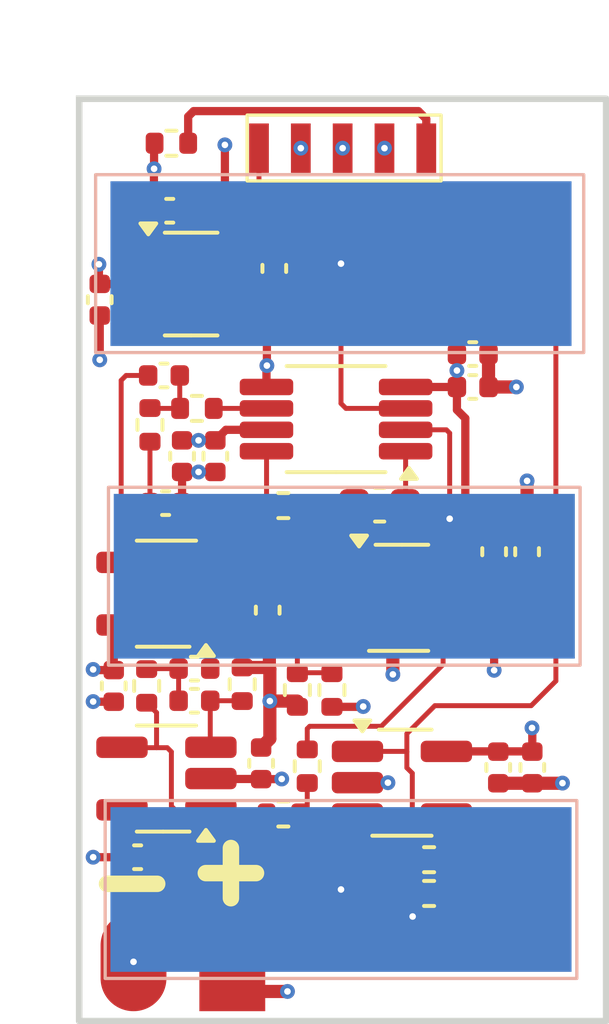
<source format=kicad_pcb>
(kicad_pcb (version 20240108) (generator "pcbnew") (generator_version "8.0")
  (layers (0 "F.Cu" signal) (1 "In1.Cu" signal) (2 "In2.Cu" signal) (31 "B.Cu" signal) (34 "B.Paste" user) (35 "F.Paste" user) (36 "B.SilkS" user "B.Silkscreen") (37 "F.SilkS" user "F.Silkscreen") (38 "B.Mask" user) (39 "F.Mask" user) (44 "Edge.Cuts" user))
  (net 0 "")
  (net 1 "GND")
  (net 2 "+3.3v_A")
  (net 3 "-3.3v_A")
  (net 4 "Net-(C11-Pad2)")
  (net 5 "Net-(C11-Pad1)")
  (net 6 "Net-(U2-+)")
  (net 7 "/OUT_LP")
  (net 8 "Net-(C17-Pad2)")
  (net 9 "Net-(C18-Pad1)")
  (net 10 "Net-(U4-+)")
  (net 11 "Net-(R1-Pad2)")
  (net 12 "/OUT_Amplifer")
  (net 13 "Net-(U3-+)")
  (net 14 "Net-(U5-+)")
  (net 15 "/OUT_HP")
  (net 16 "+1.65V")
  (net 17 "Net-(U5--)")
  (net 18 "/ADC_OUT")
  (net 19 "/E_MID")
  (net 20 "/E_END")
  (net 21 "+VBAT")
  (net 22 "Net-(U11-C_{FLY-})")
  (net 23 "Net-(U11-C_{FLY+})")
  (net 24 "-3.3v_IN")
  (footprint "Capacitor_SMD:C_0402_1005Metric" (layer "F.Cu") (at 143.405 108.935 -90)
    (property "Reference" "C2" (hide yes))
    (property "Value" "100nF")
    (fp_line (start -0.107836 0.36) (end 0.107836 0.36) (stroke (width 0.12)) (layer "F.SilkS"))
    (fp_line (start -0.107836 -0.36) (end 0.107836 -0.36) (stroke (width 0.12)) (layer "F.SilkS"))
    (pad "1" smd roundrect (at -0.48 0 270) (size 0.56 0.62) (layers "F.Cu" "F.Paste" "F.Mask") (net 2 "+3.3v_A"))
    (pad "2" smd roundrect (at 0.48 0 270) (size 0.56 0.62) (layers "F.Cu" "F.Paste" "F.Mask") (net 1 "GND"))
  )
  (footprint "Package_SO:VSSOP-8_3x3mm_P0.65mm" (layer "F.Cu") (at 148.08 107.81 180)
    (property "Reference" "U1" (hide yes))
    (property "Value" "INA333xxDGK")
    (fp_line (start 0 1.61) (end 1.5 1.61) (stroke (width 0.12)) (layer "F.SilkS"))
    (fp_line (start 0 1.61) (end -1.5 1.61) (stroke (width 0.12)) (layer "F.SilkS"))
    (fp_line (start 0 -1.61) (end 1.5 -1.61) (stroke (width 0.12)) (layer "F.SilkS"))
    (fp_line (start 0 -1.61) (end -1.5 -1.61) (stroke (width 0.12)) (layer "F.SilkS"))
    (fp_poly (pts (xy -2.2125 -1.485) (xy -2.4525 -1.815) (xy -1.9725 -1.815) (xy -2.2125 -1.485)) (stroke (width 0.12)) (fill solid) (layer "F.SilkS"))
    (pad "1" smd roundrect (at -2.1125 -0.975 180) (size 1.625 0.5) (layers "F.Cu" "F.Paste" "F.Mask") (net 4 "Net-(C11-Pad2)"))
    (pad "2" smd roundrect (at -2.1125 -0.325 180) (size 1.625 0.5) (layers "F.Cu" "F.Paste" "F.Mask") (net 19 "/E_MID"))
    (pad "3" smd roundrect (at -2.1125 0.325 180) (size 1.625 0.5) (layers "F.Cu" "F.Paste" "F.Mask") (net 20 "/E_END"))
    (pad "4" smd roundrect (at -2.1125 0.975 180) (size 1.625 0.5) (layers "F.Cu" "F.Paste" "F.Mask") (net 3 "-3.3v_A"))
    (pad "5" smd roundrect (at 2.1125 0.975 180) (size 1.625 0.5) (layers "F.Cu" "F.Paste" "F.Mask") (net 1 "GND"))
    (pad "6" smd roundrect (at 2.1125 0.325 180) (size 1.625 0.5) (layers "F.Cu" "F.Paste" "F.Mask") (net 12 "/OUT_Amplifer"))
    (pad "7" smd roundrect (at 2.1125 -0.325 180) (size 1.625 0.5) (layers "F.Cu" "F.Paste" "F.Mask") (net 2 "+3.3v_A"))
    (pad "8" smd roundrect (at 2.1125 -0.975 180) (size 1.625 0.5) (layers "F.Cu" "F.Paste" "F.Mask") (net 11 "Net-(R1-Pad2)"))
  )
  (footprint "Resistor_SMD:R_0402_1005Metric" (layer "F.Cu") (at 142.43 107.985 -90)
    (property "Reference" "R3" (hide yes))
    (property "Value" "2.8K")
    (fp_line (start -0.153641 0.38) (end 0.153641 0.38) (stroke (width 0.12)) (layer "F.SilkS"))
    (fp_line (start -0.153641 -0.38) (end 0.153641 -0.38) (stroke (width 0.12)) (layer "F.SilkS"))
    (pad "1" smd roundrect (at -0.51 0 270) (size 0.54 0.64) (layers "F.Cu" "F.Paste" "F.Mask") (net 8 "Net-(C17-Pad2)"))
    (pad "2" smd roundrect (at 0.51 0 270) (size 0.54 0.64) (layers "F.Cu" "F.Paste" "F.Mask") (net 6 "Net-(U2-+)"))
  )
  (footprint "Resistor_SMD:R_0402_1005Metric" (layer "F.Cu") (at 142.33 115.91 90)
    (property "Reference" "R7" (hide yes))
    (property "Value" "22K")
    (fp_line (start -0.153641 -0.38) (end 0.153641 -0.38) (stroke (width 0.12)) (layer "F.SilkS"))
    (fp_line (start -0.153641 0.38) (end 0.153641 0.38) (stroke (width 0.12)) (layer "F.SilkS"))
    (pad "1" smd roundrect (at -0.51 0 90) (size 0.54 0.64) (layers "F.Cu" "F.Paste" "F.Mask") (net 15 "/OUT_HP"))
    (pad "2" smd roundrect (at 0.51 0 90) (size 0.54 0.64) (layers "F.Cu" "F.Paste" "F.Mask") (net 9 "Net-(C18-Pad1)"))
  )
  (footprint "Capacitor_SMD:C_0402_1005Metric" (layer "F.Cu") (at 146.205 103.235 -90)
    (property "Reference" "C12" (hide yes))
    (property "Value" "1uF")
    (fp_line (start -0.107836 0.36) (end 0.107836 0.36) (stroke (width 0.12)) (layer "F.SilkS"))
    (fp_line (start -0.107836 -0.36) (end 0.107836 -0.36) (stroke (width 0.12)) (layer "F.SilkS"))
    (pad "1" smd roundrect (at -0.48 0 270) (size 0.56 0.62) (layers "F.Cu" "F.Paste" "F.Mask") (net 23 "Net-(U11-C_{FLY+})"))
    (pad "2" smd roundrect (at 0.48 0 270) (size 0.56 0.62) (layers "F.Cu" "F.Paste" "F.Mask") (net 22 "Net-(U11-C_{FLY-})"))
  )
  (footprint "Capacitor_SMD:C_0603_1608Metric" (layer "F.Cu") (at 149.405 110.41)
    (property "Reference" "C11" (hide yes))
    (property "Value" "10uF")
    (fp_line (start -0.14058 -0.51) (end 0.14058 -0.51) (stroke (width 0.12)) (layer "F.SilkS"))
    (fp_line (start -0.14058 0.51) (end 0.14058 0.51) (stroke (width 0.12)) (layer "F.SilkS"))
    (pad "1" smd roundrect (at -0.775 0) (size 0.9 0.95) (layers "F.Cu" "F.Paste" "F.Mask") (net 5 "Net-(C11-Pad1)"))
    (pad "2" smd roundrect (at 0.775 0) (size 0.9 0.95) (layers "F.Cu" "F.Paste" "F.Mask") (net 4 "Net-(C11-Pad2)"))
  )
  (footprint "Resistor_SMD:R_0402_1005Metric" (layer "F.Cu") (at 150.905 121.185)
    (property "Reference" "R12" (hide yes))
    (property "Value" "1K")
    (fp_line (start -0.153641 -0.38) (end 0.153641 -0.38) (stroke (width 0.12)) (layer "F.SilkS"))
    (fp_line (start -0.153641 0.38) (end 0.153641 0.38) (stroke (width 0.12)) (layer "F.SilkS"))
    (pad "1" smd roundrect (at -0.51 0) (size 0.54 0.64) (layers "F.Cu" "F.Paste" "F.Mask") (net 18 "/ADC_OUT"))
    (pad "2" smd roundrect (at 0.51 0) (size 0.54 0.64) (layers "F.Cu" "F.Paste" "F.Mask") (net 17 "Net-(U5--)"))
  )
  (footprint "Resistor_SMD:R_0402_1005Metric" (layer "F.Cu") (at 147.205 118.3475 90)
    (property "Reference" "R11" (hide yes))
    (property "Value" "1K")
    (fp_line (start -0.153641 -0.38) (end 0.153641 -0.38) (stroke (width 0.12)) (layer "F.SilkS"))
    (fp_line (start -0.153641 0.38) (end 0.153641 0.38) (stroke (width 0.12)) (layer "F.SilkS"))
    (pad "1" smd roundrect (at -0.51 0 90) (size 0.54 0.64) (layers "F.Cu" "F.Paste" "F.Mask") (net 14 "Net-(U5-+)"))
    (pad "2" smd roundrect (at 0.51 0 90) (size 0.54 0.64) (layers "F.Cu" "F.Paste" "F.Mask") (net 16 "+1.65V"))
  )
  (footprint "Package_TO_SOT_SMD:SOT-23-5_HandSoldering" (layer "F.Cu") (at 142.93 118.7225 180)
    (property "Reference" "U4" (hide yes))
    (property "Value" "MCP601-xOT")
    (fp_line (start 0.1 -1.61) (end 0.9 -1.61) (stroke (width 0.12)) (layer "F.SilkS"))
    (fp_line (start 0.1 -1.61) (end -0.7 -1.61) (stroke (width 0.12)) (layer "F.SilkS"))
    (fp_line (start -0.9 1.61) (end 0.9 1.61) (stroke (width 0.12)) (layer "F.SilkS"))
    (fp_poly (pts (xy -1.2 -1.56) (xy -1.44 -1.89) (xy -0.96 -1.89) (xy -1.2 -1.56)) (stroke (width 0.12)) (fill solid) (layer "F.SilkS"))
    (pad "1" smd roundrect (at -1.35 -0.95 180) (size 1.56 0.65) (layers "F.Cu" "F.Paste" "F.Mask") (net 15 "/OUT_HP"))
    (pad "2" smd roundrect (at -1.35 0 180) (size 1.56 0.65) (layers "F.Cu" "F.Paste" "F.Mask") (net 3 "-3.3v_A"))
    (pad "3" smd roundrect (at -1.35 0.95 180) (size 1.56 0.65) (layers "F.Cu" "F.Paste" "F.Mask") (net 10 "Net-(U4-+)"))
    (pad "4" smd roundrect (at 1.35 0.95 180) (size 1.56 0.65) (layers "F.Cu" "F.Paste" "F.Mask") (net 15 "/OUT_HP"))
    (pad "5" smd roundrect (at 1.35 -0.95 180) (size 1.56 0.65) (layers "F.Cu" "F.Paste" "F.Mask") (net 2 "+3.3v_A"))
  )
  (footprint "Resistor_SMD:R_0402_1005Metric" (layer "F.Cu") (at 143.855 107.485 180)
    (property "Reference" "R2" (hide yes))
    (property "Value" "3.6K")
    (fp_line (start -0.153641 0.38) (end 0.153641 0.38) (stroke (width 0.12)) (layer "F.SilkS"))
    (fp_line (start -0.153641 -0.38) (end 0.153641 -0.38) (stroke (width 0.12)) (layer "F.SilkS"))
    (pad "1" smd roundrect (at -0.51 0 180) (size 0.54 0.64) (layers "F.Cu" "F.Paste" "F.Mask") (net 12 "/OUT_Amplifer"))
    (pad "2" smd roundrect (at 0.51 0 180) (size 0.54 0.64) (layers "F.Cu" "F.Paste" "F.Mask") (net 8 "Net-(C17-Pad2)"))
  )
  (footprint "Resistor_SMD:R_0402_1005Metric" (layer "F.Cu") (at 146.48 119.7975)
    (property "Reference" "R10" (hide yes))
    (property "Value" "2K")
    (fp_line (start -0.153641 -0.38) (end 0.153641 -0.38) (stroke (width 0.12)) (layer "F.SilkS"))
    (fp_line (start -0.153641 0.38) (end 0.153641 0.38) (stroke (width 0.12)) (layer "F.SilkS"))
    (pad "1" smd roundrect (at -0.51 0) (size 0.54 0.64) (layers "F.Cu" "F.Paste" "F.Mask") (net 15 "/OUT_HP"))
    (pad "2" smd roundrect (at 0.51 0) (size 0.54 0.64) (layers "F.Cu" "F.Paste" "F.Mask") (net 14 "Net-(U5-+)"))
  )
  (footprint "Resistor_SMD:R_0402_1005Metric" (layer "F.Cu") (at 145.23 115.86 -90)
    (property "Reference" "R6" (hide yes))
    (property "Value" "33K")
    (fp_line (start -0.153641 0.38) (end 0.153641 0.38) (stroke (width 0.12)) (layer "F.SilkS"))
    (fp_line (start -0.153641 -0.38) (end 0.153641 -0.38) (stroke (width 0.12)) (layer "F.SilkS"))
    (pad "1" smd roundrect (at -0.51 0 270) (size 0.54 0.64) (layers "F.Cu" "F.Paste" "F.Mask") (net 1 "GND"))
    (pad "2" smd roundrect (at 0.51 0 270) (size 0.54 0.64) (layers "F.Cu" "F.Paste" "F.Mask") (net 10 "Net-(U4-+)"))
  )
  (footprint "Package_TO_SOT_SMD:SOT-23-5" (layer "F.Cu") (at 143.68 103.71)
    (property "Reference" "U11" (hide yes))
    (property "Value" "TPS60402DBV")
    (fp_line (start 0 -1.56) (end -0.8 -1.56) (stroke (width 0.12)) (layer "F.SilkS"))
    (fp_line (start 0 -1.56) (end 0.8 -1.56) (stroke (width 0.12)) (layer "F.SilkS"))
    (fp_line (start 0 1.56) (end -0.8 1.56) (stroke (width 0.12)) (layer "F.SilkS"))
    (fp_line (start 0 1.56) (end 0.8 1.56) (stroke (width 0.12)) (layer "F.SilkS"))
    (fp_poly (pts (xy -1.3 -1.51) (xy -1.54 -1.84) (xy -1.06 -1.84) (xy -1.3 -1.51)) (stroke (width 0.12)) (fill solid) (layer "F.SilkS"))
    (pad "1" smd roundrect (at -1.1375 -0.95) (size 1.325 0.6) (layers "F.Cu" "F.Paste" "F.Mask") (net 3 "-3.3v_A"))
    (pad "2" smd roundrect (at -1.1375 0) (size 1.325 0.6) (layers "F.Cu" "F.Paste" "F.Mask") (net 2 "+3.3v_A"))
    (pad "3" smd roundrect (at -1.1375 0.95) (size 1.325 0.6) (layers "F.Cu" "F.Paste" "F.Mask") (net 22 "Net-(U11-C_{FLY-})"))
    (pad "4" smd roundrect (at 1.1375 0.95) (size 1.325 0.6) (layers "F.Cu" "F.Paste" "F.Mask") (net 1 "GND"))
    (pad "5" smd roundrect (at 1.1375 -0.95) (size 1.325 0.6) (layers "F.Cu" "F.Paste" "F.Mask") (net 23 "Net-(U11-C_{FLY+})"))
  )
  (footprint "Capacitor_SMD:C_0402_1005Metric" (layer "F.Cu") (at 154.039 118.385 -90)
    (property "Reference" "C7" (hide yes))
    (property "Value" "4.7uF")
    (fp_line (start -0.107836 0.36) (end 0.107836 0.36) (stroke (width 0.12)) (layer "F.SilkS"))
    (fp_line (start -0.107836 -0.36) (end 0.107836 -0.36) (stroke (width 0.12)) (layer "F.SilkS"))
    (pad "1" smd roundrect (at -0.48 0 270) (size 0.56 0.62) (layers "F.Cu" "F.Paste" "F.Mask") (net 2 "+3.3v_A"))
    (pad "2" smd roundrect (at 0.48 0 270) (size 0.56 0.62) (layers "F.Cu" "F.Paste" "F.Mask") (net 1 "GND"))
  )
  (footprint "Capacitor_SMD:C_0402_1005Metric" (layer "F.Cu") (at 142.905 110.36 180)
    (property "Reference" "C16" (hide yes))
    (property "Value" "100nF")
    (fp_line (start -0.107836 0.36) (end 0.107836 0.36) (stroke (width 0.12)) (layer "F.SilkS"))
    (fp_line (start -0.107836 -0.36) (end 0.107836 -0.36) (stroke (width 0.12)) (layer "F.SilkS"))
    (pad "1" smd roundrect (at -0.48 0 180) (size 0.56 0.62) (layers "F.Cu" "F.Paste" "F.Mask") (net 1 "GND"))
    (pad "2" smd roundrect (at 0.48 0 180) (size 0.56 0.62) (layers "F.Cu" "F.Paste" "F.Mask") (net 6 "Net-(U2-+)"))
  )
  (footprint "Capacitor_SMD:C_0402_1005Metric" (layer "F.Cu") (at 144.415 108.935 -90)
    (property "Reference" "C1" (hide yes))
    (property "Value" "4.7uF")
    (fp_line (start -0.107836 0.36) (end 0.107836 0.36) (stroke (width 0.12)) (layer "F.SilkS"))
    (fp_line (start -0.107836 -0.36) (end 0.107836 -0.36) (stroke (width 0.12)) (layer "F.SilkS"))
    (pad "1" smd roundrect (at -0.48 0 270) (size 0.56 0.62) (layers "F.Cu" "F.Paste" "F.Mask") (net 2 "+3.3v_A"))
    (pad "2" smd roundrect (at 0.48 0 270) (size 0.56 0.62) (layers "F.Cu" "F.Paste" "F.Mask") (net 1 "GND"))
  )
  (footprint "Pad:Pad 5" (layer "F.Cu") (at 148.28 99.585 180)
    (property "Reference" "U6" (hide yes))
    (property "Value" "Pad 5")
    (fp_rect (start -2.99 -0.995) (end 2.9 1.005) (stroke (width 0.1)) (fill none) (layer "F.SilkS"))
    (pad "1" smd rect (at -2.54 0 270) (size 1.5 0.6) (layers "F.Cu" "F.Paste" "F.Mask") (net 24 "-3.3v_IN"))
    (pad "2" smd rect (at -1.27 0 270) (size 1.5 0.6) (layers "F.Cu" "F.Paste" "F.Mask") (net 21 "+VBAT"))
    (pad "3" smd rect (at 0 0 270) (size 1.5 0.6) (layers "F.Cu" "F.Paste" "F.Mask") (net 2 "+3.3v_A"))
    (pad "4" smd rect (at 1.27 0 270) (size 1.5 0.6) (layers "F.Cu" "F.Paste" "F.Mask") (net 1 "GND"))
    (pad "5" smd rect (at 2.54 0 270) (size 1.5 0.6) (layers "F.Cu" "F.Paste" "F.Mask") (net 18 "/ADC_OUT"))
  )
  (footprint "Capacitor_SMD:C_0402_1005Metric" (layer "F.Cu") (at 146.005 113.61 90)
    (property "Reference" "C6" (hide yes))
    (property "Value" "100nF")
    (fp_line (start -0.107836 -0.36) (end 0.107836 -0.36) (stroke (width 0.12)) (layer "F.SilkS"))
    (fp_line (start -0.107836 0.36) (end 0.107836 0.36) (stroke (width 0.12)) (layer "F.SilkS"))
    (pad "1" smd roundrect (at -0.48 0 90) (size 0.56 0.62) (layers "F.Cu" "F.Paste" "F.Mask") (net 1 "GND"))
    (pad "2" smd roundrect (at 0.48 0 90) (size 0.56 0.62) (layers "F.Cu" "F.Paste" "F.Mask") (net 3 "-3.3v_A"))
  )
  (footprint "Capacitor_SMD:C_0402_1005Metric" (layer "F.Cu") (at 152.23 105.835)
    (property "Reference" "C10" (hide yes))
    (property "Value" "100nF")
    (fp_line (start -0.107836 -0.36) (end 0.107836 -0.36) (stroke (width 0.12)) (layer "F.SilkS"))
    (fp_line (start -0.107836 0.36) (end 0.107836 0.36) (stroke (width 0.12)) (layer "F.SilkS"))
    (pad "1" smd roundrect (at -0.48 0) (size 0.56 0.62) (layers "F.Cu" "F.Paste" "F.Mask") (net 3 "-3.3v_A"))
    (pad "2" smd roundrect (at 0.48 0) (size 0.56 0.62) (layers "F.Cu" "F.Paste" "F.Mask") (net 1 "GND"))
  )
  (footprint "Resistor_SMD:R_0402_1005Metric" (layer "F.Cu") (at 143.08 99.435 180)
    (property "Reference" "R4" (hide yes))
    (property "Value" "0R/NC")
    (fp_line (start -0.153641 0.38) (end 0.153641 0.38) (stroke (width 0.12)) (layer "F.SilkS"))
    (fp_line (start -0.153641 -0.38) (end 0.153641 -0.38) (stroke (width 0.12)) (layer "F.SilkS"))
    (pad "1" smd roundrect (at -0.51 0 180) (size 0.54 0.64) (layers "F.Cu" "F.Paste" "F.Mask") (net 24 "-3.3v_IN"))
    (pad "2" smd roundrect (at 0.51 0 180) (size 0.54 0.64) (layers "F.Cu" "F.Paste" "F.Mask") (net 3 "-3.3v_A"))
  )
  (footprint "Capacitor_SMD:C_0402_1005Metric" (layer "F.Cu") (at 143.03 101.485)
    (property "Reference" "C22" (hide yes))
    (property "Value" "1uF")
    (fp_line (start -0.107836 -0.36) (end 0.107836 -0.36) (stroke (width 0.12)) (layer "F.SilkS"))
    (fp_line (start -0.107836 0.36) (end 0.107836 0.36) (stroke (width 0.12)) (layer "F.SilkS"))
    (pad "1" smd roundrect (at -0.48 0) (size 0.56 0.62) (layers "F.Cu" "F.Paste" "F.Mask") (net 3 "-3.3v_A"))
    (pad "2" smd roundrect (at 0.48 0) (size 0.56 0.62) (layers "F.Cu" "F.Paste" "F.Mask") (net 1 "GND"))
  )
  (footprint "Capacitor_SMD:C_0402_1005Metric" (layer "F.Cu") (at 141.33 115.91 -90)
    (property "Reference" "C4" (hide yes))
    (property "Value" "100nF")
    (fp_line (start -0.107836 0.36) (end 0.107836 0.36) (stroke (width 0.12)) (layer "F.SilkS"))
    (fp_line (start -0.107836 -0.36) (end 0.107836 -0.36) (stroke (width 0.12)) (layer "F.SilkS"))
    (pad "1" smd roundrect (at -0.48 0 270) (size 0.56 0.62) (layers "F.Cu" "F.Paste" "F.Mask") (net 2 "+3.3v_A"))
    (pad "2" smd roundrect (at 0.48 0 270) (size 0.56 0.62) (layers "F.Cu" "F.Paste" "F.Mask") (net 1 "GND"))
  )
  (footprint "Capacitor_SMD:C_0402_1005Metric" (layer "F.Cu") (at 152.23 106.835)
    (property "Reference" "C9" (hide yes))
    (property "Value" "4.7uF")
    (fp_line (start -0.107836 -0.36) (end 0.107836 -0.36) (stroke (width 0.12)) (layer "F.SilkS"))
    (fp_line (start -0.107836 0.36) (end 0.107836 0.36) (stroke (width 0.12)) (layer "F.SilkS"))
    (pad "1" smd roundrect (at -0.48 0) (size 0.56 0.62) (layers "F.Cu" "F.Paste" "F.Mask") (net 3 "-3.3v_A"))
    (pad "2" smd roundrect (at 0.48 0) (size 0.56 0.62) (layers "F.Cu" "F.Paste" "F.Mask") (net 1 "GND"))
  )
  (footprint "Resistor_SMD:R_0402_1005Metric" (layer "F.Cu") (at 146.905 116.035 90)
    (property "Reference" "R9" (hide yes))
    (property "Value" "100K")
    (fp_line (start -0.153641 -0.38) (end 0.153641 -0.38) (stroke (width 0.12)) (layer "F.SilkS"))
    (fp_line (start -0.153641 0.38) (end 0.153641 0.38) (stroke (width 0.12)) (layer "F.SilkS"))
    (pad "1" smd roundrect (at -0.51 0 90) (size 0.54 0.64) (layers "F.Cu" "F.Paste" "F.Mask") (net 1 "GND"))
    (pad "2" smd roundrect (at 0.51 0 90) (size 0.54 0.64) (layers "F.Cu" "F.Paste" "F.Mask") (net 13 "Net-(U3-+)"))
  )
  (footprint "Capacitor_SMD:C_0402_1005Metric" (layer "F.Cu") (at 153.005 118.385 -90)
    (property "Reference" "C8" (hide yes))
    (property "Value" "100nF")
    (fp_line (start -0.107836 0.36) (end 0.107836 0.36) (stroke (width 0.12)) (layer "F.SilkS"))
    (fp_line (start -0.107836 -0.36) (end 0.107836 -0.36) (stroke (width 0.12)) (layer "F.SilkS"))
    (pad "1" smd roundrect (at -0.48 0 270) (size 0.56 0.62) (layers "F.Cu" "F.Paste" "F.Mask") (net 2 "+3.3v_A"))
    (pad "2" smd roundrect (at 0.48 0 270) (size 0.56 0.62) (layers "F.Cu" "F.Paste" "F.Mask") (net 1 "GND"))
  )
  (footprint "Package_TO_SOT_SMD:SOT-23-5_HandSoldering" (layer "F.Cu") (at 149.98 113.235)
    (property "Reference" "U3" (hide yes))
    (property "Value" "MCP601-xOT")
    (fp_line (start -0.9 1.61) (end 0.9 1.61) (stroke (width 0.12)) (layer "F.SilkS"))
    (fp_line (start 0.1 -1.61) (end -0.7 -1.61) (stroke (width 0.12)) (layer "F.SilkS"))
    (fp_line (start 0.1 -1.61) (end 0.9 -1.61) (stroke (width 0.12)) (layer "F.SilkS"))
    (fp_poly (pts (xy -1.2 -1.56) (xy -1.44 -1.89) (xy -0.96 -1.89) (xy -1.2 -1.56)) (stroke (width 0.12)) (fill solid) (layer "F.SilkS"))
    (pad "1" smd roundrect (at -1.35 -0.95) (size 1.56 0.65) (layers "F.Cu" "F.Paste" "F.Mask") (net 16 "+1.65V"))
    (pad "2" smd roundrect (at -1.35 0) (size 1.56 0.65) (layers "F.Cu" "F.Paste" "F.Mask") (net 1 "GND"))
    (pad "3" smd roundrect (at -1.35 0.95) (size 1.56 0.65) (layers "F.Cu" "F.Paste" "F.Mask") (net 13 "Net-(U3-+)"))
    (pad "4" smd roundrect (at 1.35 0.95) (size 1.56 0.65) (layers "F.Cu" "F.Paste" "F.Mask") (net 16 "+1.65V"))
    (pad "5" smd roundrect (at 1.35 -0.95) (size 1.56 0.65) (layers "F.Cu" "F.Paste" "F.Mask") (net 2 "+3.3v_A"))
  )
  (footprint "Capacitor_SMD:C_0402_1005Metric" (layer "F.Cu") (at 143.78 115.385)
    (property "Reference" "C18" (hide yes))
    (property "Value" "100nF")
    (fp_line (start -0.107836 -0.36) (end 0.107836 -0.36) (stroke (width 0.12)) (layer "F.SilkS"))
    (fp_line (start -0.107836 0.36) (end 0.107836 0.36) (stroke (width 0.12)) (layer "F.SilkS"))
    (pad "1" smd roundrect (at -0.48 0) (size 0.56 0.62) (layers "F.Cu" "F.Paste" "F.Mask") (net 9 "Net-(C18-Pad1)"))
    (pad "2" smd roundrect (at 0.48 0) (size 0.56 0.62) (layers "F.Cu" "F.Paste" "F.Mask") (net 7 "/OUT_LP"))
  )
  (footprint "Capacitor_SMD:C_0402_1005Metric" (layer "F.Cu") (at 153.88 111.835 90)
    (property "Reference" "C21" (hide yes))
    (property "Value" "100nF")
    (fp_line (start -0.107836 -0.36) (end 0.107836 -0.36) (stroke (width 0.12)) (layer "F.SilkS"))
    (fp_line (start -0.107836 0.36) (end 0.107836 0.36) (stroke (width 0.12)) (layer "F.SilkS"))
    (pad "1" smd roundrect (at -0.48 0 90) (size 0.56 0.62) (layers "F.Cu" "F.Paste" "F.Mask") (net 2 "+3.3v_A"))
    (pad "2" smd roundrect (at 0.48 0 90) (size 0.56 0.62) (layers "F.Cu" "F.Paste" "F.Mask") (net 1 "GND"))
  )
  (footprint "Capacitor_SMD:C_0402_1005Metric" (layer "F.Cu") (at 142.855 106.485)
    (property "Reference" "C17" (hide yes))
    (property "Value" "100nF")
    (fp_line (start -0.107836 -0.36) (end 0.107836 -0.36) (stroke (width 0.12)) (layer "F.SilkS"))
    (fp_line (start -0.107836 0.36) (end 0.107836 0.36) (stroke (width 0.12)) (layer "F.SilkS"))
    (pad "1" smd roundrect (at -0.48 0) (size 0.56 0.62) (layers "F.Cu" "F.Paste" "F.Mask") (net 7 "/OUT_LP"))
    (pad "2" smd roundrect (at 0.48 0) (size 0.56 0.62) (layers "F.Cu" "F.Paste" "F.Mask") (net 8 "Net-(C17-Pad2)"))
  )
  (footprint "Capacitor_SMD:C_0402_1005Metric" (layer "F.Cu") (at 142.055 121.11)
    (property "Reference" "C13" (hide yes))
    (property "Value" "100nF")
    (fp_line (start -0.107836 -0.36) (end 0.107836 -0.36) (stroke (width 0.12)) (layer "F.SilkS"))
    (fp_line (start -0.107836 0.36) (end 0.107836 0.36) (stroke (width 0.12)) (layer "F.SilkS"))
    (pad "1" smd roundrect (at -0.48 0) (size 0.56 0.62) (layers "F.Cu" "F.Paste" "F.Mask") (net 2 "+3.3v_A"))
    (pad "2" smd roundrect (at 0.48 0) (size 0.56 0.62) (layers "F.Cu" "F.Paste" "F.Mask") (net 1 "GND"))
  )
  (footprint "Resistor_SMD:R_0402_1005Metric" (layer "F.Cu") (at 146.48 110.435 180)
    (property "Reference" "R1" (hide yes))
    (property "Value" "220R")
    (fp_line (start -0.153641 0.38) (end 0.153641 0.38) (stroke (width 0.12)) (layer "F.SilkS"))
    (fp_line (start -0.153641 -0.38) (end 0.153641 -0.38) (stroke (width 0.12)) (layer "F.SilkS"))
    (pad "1" smd roundrect (at -0.51 0 180) (size 0.54 0.64) (layers "F.Cu" "F.Paste" "F.Mask") (net 5 "Net-(C11-Pad1)"))
    (pad "2" smd roundrect (at 0.51 0 180) (size 0.54 0.64) (layers "F.Cu" "F.Paste" "F.Mask") (net 11 "Net-(R1-Pad2)"))
  )
  (footprint "Capacitor_SMD:C_0402_1005Metric" (layer "F.Cu") (at 140.905 104.185 -90)
    (property "Reference" "C5" (hide yes))
    (property "Value" "1uF")
    (fp_line (start -0.107836 0.36) (end 0.107836 0.36) (stroke (width 0.12)) (layer "F.SilkS"))
    (fp_line (start -0.107836 -0.36) (end 0.107836 -0.36) (stroke (width 0.12)) (layer "F.SilkS"))
    (pad "1" smd roundrect (at -0.48 0 270) (size 0.56 0.62) (layers "F.Cu" "F.Paste" "F.Mask") (net 2 "+3.3v_A"))
    (pad "2" smd roundrect (at 0.48 0 270) (size 0.56 0.62) (layers "F.Cu" "F.Paste" "F.Mask") (net 1 "GND"))
  )
  (footprint "Resistor_SMD:R_0402_1005Metric" (layer "F.Cu") (at 147.955 116.035 -90)
    (property "Reference" "R8" (hide yes))
    (property "Value" "100K")
    (fp_line (start -0.153641 0.38) (end 0.153641 0.38) (stroke (width 0.12)) (layer "F.SilkS"))
    (fp_line (start -0.153641 -0.38) (end 0.153641 -0.38) (stroke (width 0.12)) (layer "F.SilkS"))
    (pad "1" smd roundrect (at -0.51 0 270) (size 0.54 0.64) (layers "F.Cu" "F.Paste" "F.Mask") (net 13 "Net-(U3-+)"))
    (pad "2" smd roundrect (at 0.51 0 270) (size 0.54 0.64) (layers "F.Cu" "F.Paste" "F.Mask") (net 2 "+3.3v_A"))
  )
  (footprint "Resistor_SMD:R_0402_1005Metric" (layer "F.Cu") (at 150.905 122.21 180)
    (property "Reference" "R13" (hide yes))
    (property "Value" "2K")
    (fp_line (start -0.153641 0.38) (end 0.153641 0.38) (stroke (width 0.12)) (layer "F.SilkS"))
    (fp_line (start -0.153641 -0.38) (end 0.153641 -0.38) (stroke (width 0.12)) (layer "F.SilkS"))
    (pad "1" smd roundrect (at -0.51 0 180) (size 0.54 0.64) (layers "F.Cu" "F.Paste" "F.Mask") (net 17 "Net-(U5--)"))
    (pad "2" smd roundrect (at 0.51 0 180) (size 0.54 0.64) (layers "F.Cu" "F.Paste" "F.Mask") (net 1 "GND"))
  )
  (footprint "Capacitor_SMD:C_0402_1005Metric" (layer "F.Cu") (at 152.88 111.835 90)
    (property "Reference" "C20" (hide yes))
    (property "Value" "4.7uF")
    (fp_line (start -0.107836 -0.36) (end 0.107836 -0.36) (stroke (width 0.12)) (layer "F.SilkS"))
    (fp_line (start -0.107836 0.36) (end 0.107836 0.36) (stroke (width 0.12)) (layer "F.SilkS"))
    (pad "1" smd roundrect (at -0.48 0 90) (size 0.56 0.62) (layers "F.Cu" "F.Paste" "F.Mask") (net 2 "+3.3v_A"))
    (pad "2" smd roundrect (at 0.48 0 90) (size 0.56 0.62) (layers "F.Cu" "F.Paste" "F.Mask") (net 1 "GND"))
  )
  (footprint "Pad:Pad Battery" (layer "F.Cu") (at 143.43 124.285 180)
    (property "Reference" "U7" (hide yes))
    (property "Value" "Pad_Battery")
    (fp_text user "+" (at -3.025 3.725 180) (layer "F.SilkS") (effects (font (size 2 2) (thickness 0.5) (bold yes)) (justify left bottom)))
    (fp_text user "-" (at -0.025 3.4 180) (layer "F.SilkS") (effects (font (size 2 2) (thickness 0.5) (bold yes)) (justify left bottom)))
    (pad "1" smd rect (at -1.5 0 180) (size 2 3) (layers "F.Cu" "F.Paste" "F.Mask") (net 21 "+VBAT"))
    (pad "2" smd oval (at 1.5 0 180) (size 2 3) (layers "F.Cu" "F.Paste" "F.Mask") (net 1 "GND"))
  )
  (footprint "Capacitor_SMD:C_0402_1005Metric" (layer "F.Cu") (at 143.78 116.36 180)
    (property "Reference" "C19" (hide yes))
    (property "Value" "100nF")
    (fp_line (start -0.107836 0.36) (end 0.107836 0.36) (stroke (width 0.12)) (layer "F.SilkS"))
    (fp_line (start -0.107836 -0.36) (end 0.107836 -0.36) (stroke (width 0.12)) (layer "F.SilkS"))
    (pad "1" smd roundrect (at -0.48 0 180) (size 0.56 0.62) (layers "F.Cu" "F.Paste" "F.Mask") (net 10 "Net-(U4-+)"))
    (pad "2" smd roundrect (at 0.48 0 180) (size 0.56 0.62) (layers "F.Cu" "F.Paste" "F.Mask") (net 9 "Net-(C18-Pad1)"))
  )
  (footprint "Capacitor_SMD:C_0402_1005Metric" (layer "F.Cu") (at 145.805 118.26 -90)
    (property "Reference" "C14" (hide yes))
    (property "Value" "100nF")
    (fp_line (start -0.107836 0.36) (end 0.107836 0.36) (stroke (width 0.12)) (layer "F.SilkS"))
    (fp_line (start -0.107836 -0.36) (end 0.107836 -0.36) (stroke (width 0.12)) (layer "F.SilkS"))
    (pad "1" smd roundrect (at -0.48 0 270) (size 0.56 0.62) (layers "F.Cu" "F.Paste" "F.Mask") (net 1 "GND"))
    (pad "2" smd roundrect (at 0.48 0 270) (size 0.56 0.62) (layers "F.Cu" "F.Paste" "F.Mask") (net 3 "-3.3v_A"))
  )
  (footprint "Package_TO_SOT_SMD:SOT-23-5_HandSoldering" (layer "F.Cu") (at 150.08 118.8475)
    (property "Reference" "U5" (hide yes))
    (property "Value" "MCP601-xOT")
    (fp_line (start -0.9 1.61) (end 0.9 1.61) (stroke (width 0.12)) (layer "F.SilkS"))
    (fp_line (start 0.1 -1.61) (end -0.7 -1.61) (stroke (width 0.12)) (layer "F.SilkS"))
    (fp_line (start 0.1 -1.61) (end 0.9 -1.61) (stroke (width 0.12)) (layer "F.SilkS"))
    (fp_poly (pts (xy -1.2 -1.56) (xy -1.44 -1.89) (xy -0.96 -1.89) (xy -1.2 -1.56)) (stroke (width 0.12)) (fill solid) (layer "F.SilkS"))
    (pad "1" smd roundrect (at -1.35 -0.95) (size 1.56 0.65) (layers "F.Cu" "F.Paste" "F.Mask") (net 18 "/ADC_OUT"))
    (pad "2" smd roundrect (at -1.35 0) (size 1.56 0.65) (layers "F.Cu" "F.Paste" "F.Mask") (net 1 "GND"))
    (pad "3" smd roundrect (at -1.35 0.95) (size 1.56 0.65) (layers "F.Cu" "F.Paste" "F.Mask") (net 14 "Net-(U5-+)"))
    (pad "4" smd roundrect (at 1.35 0.95) (size 1.56 0.65) (layers "F.Cu" "F.Paste" "F.Mask") (net 17 "Net-(U5--)"))
    (pad "5" smd roundrect (at 1.35 -0.95) (size 1.56 0.65) (layers "F.Cu" "F.Paste" "F.Mask") (net 2 "+3.3v_A"))
  )
  (footprint "Package_TO_SOT_SMD:SOT-23-5_HandSoldering" (layer "F.Cu") (at 142.93 113.11 180)
    (property "Reference" "U2" (hide yes))
    (property "Value" "MCP601-xOT")
    (fp_line (start 0.1 -1.61) (end 0.9 -1.61) (stroke (width 0.12)) (layer "F.SilkS"))
    (fp_line (start 0.1 -1.61) (end -0.7 -1.61) (stroke (width 0.12)) (layer "F.SilkS"))
    (fp_line (start -0.9 1.61) (end 0.9 1.61) (stroke (width 0.12)) (layer "F.SilkS"))
    (fp_poly (pts (xy -1.2 -1.56) (xy -1.44 -1.89) (xy -0.96 -1.89) (xy -1.2 -1.56)) (stroke (width 0.12)) (fill solid) (layer "F.SilkS"))
    (pad "1" smd roundrect (at -1.35 -0.95 180) (size 1.56 0.65) (layers "F.Cu" "F.Paste" "F.Mask") (net 7 "/OUT_LP"))
    (pad "2" smd roundrect (at -1.35 0 180) (size 1.56 0.65) (layers "F.Cu" "F.Paste" "F.Mask") (net 3 "-3.3v_A"))
    (pad "3" smd roundrect (at -1.35 0.95 180) (size 1.56 0.65) (layers "F.Cu" "F.Paste" "F.Mask") (net 6 "Net-(U2-+)"))
    (pad "4" smd roundrect (at 1.35 0.95 180) (size 1.56 0.65) (layers "F.Cu" "F.Paste" "F.Mask") (net 7 "/OUT_LP"))
    (pad "5" smd roundrect (at 1.35 -0.95 180) (size 1.56 0.65) (layers "F.Cu" "F.Paste" "F.Mask") (net 2 "+3.3v_A"))
  )
  (footprint "Pad:Pad 1" (layer "B.Cu") (at 148.28 122.085)
    (property "Reference" "U10" (hide yes))
    (property "Value" "Pad_1")
    (fp_rect (start -7.21 2.705) (end 7.11 -2.695) (stroke (width 0.1)) (fill none) (layer "B.SilkS"))
    (pad "1" smd rect (at -0.05 0.005) (size 14 5) (layers "B.Cu" "B.Paste" "B.Mask") (net 1 "GND"))
  )
  (footprint "Pad:Pad 1" (layer "B.Cu") (at 148.28 112.585 180)
    (property "Reference" "U9" (hide yes))
    (property "Value" "Pad_1")
    (fp_rect (start -7.21 2.705) (end 7.11 -2.695) (stroke (width 0.1)) (fill none) (layer "B.SilkS"))
    (pad "1" smd rect (at -0.05 0.005 180) (size 14 5) (layers "B.Cu" "B.Paste" "B.Mask") (net 19 "/E_MID"))
  )
  (footprint "Pad:Pad 1" (layer "B.Cu") (at 148.28 103.085)
    (property "Reference" "U8" (hide yes))
    (property "Value" "Pad_1")
    (fp_rect (start -7.5 2.705) (end 7.32 -2.695) (stroke (width 0.1)) (fill none) (layer "B.SilkS"))
    (pad "1" smd rect (at -0.05 0.005) (size 14 5) (layers "B.Cu" "B.Paste" "B.Mask") (net 20 "/E_END"))
  )
  (gr_rect (start 140.28 98.085) (end 156.28 126.085) (stroke (width 0.2)) (fill none) (layer "Edge.Cuts"))
  (segment (start 140.905 104.665) (end 140.905 106.01) (width 0.25) (layer "F.Cu") (net 1))
  (segment (start 146.07 115.4) (end 146.055 115.385) (width 0.4) (layer "F.Cu") (net 1))
  (segment (start 143.405 109.415) (end 143.905 109.415) (width 0.25) (layer "F.Cu") (net 1))
  (segment (start 145.98 106.185) (end 145.98 104.76) (width 0.25) (layer "F.Cu") (net 1))
  (segment (start 146.055 115.385) (end 146.055 114.34) (width 0.4) (layer "F.Cu") (net 1))
  (segment (start 146.07 116.37) (end 146.905 116.37) (width 0.4) (layer "F.Cu") (net 1))
  (segment (start 145.23 115.35) (end 146.02 115.35) (width 0.4) (layer "F.Cu") (net 1))
  (segment (start 153.88 111.355) (end 153.88 109.685) (width 0.4) (layer "F.Cu") (net 1))
  (segment (start 145.805 117.78) (end 146.07 117.515) (width 0.4) (layer "F.Cu") (net 1))
  (segment (start 149.655 118.8475) (end 148.73 118.8475) (width 0.25) (layer "F.Cu") (net 1))
  (segment (start 144.705 101.36) (end 144.705 99.485) (width 0.25) (layer "F.Cu") (net 1))
  (segment (start 141.33 116.39) (end 140.71 116.39) (width 0.25) (layer "F.Cu") (net 1))
  (segment (start 150.395 122.9) (end 150.405 122.91) (width 0.25) (layer "F.Cu") (net 1))
  (segment (start 146.07 117.515) (end 146.07 116.37) (width 0.4) (layer "F.Cu") (net 1))
  (segment (start 143.405 110.34) (end 143.385 110.36) (width 0.25) (layer "F.Cu") (net 1))
  (segment (start 144.58 101.485) (end 144.705 101.36) (width 0.25) (layer "F.Cu") (net 1))
  (segment (start 145.9675 106.1975) (end 145.98 106.185) (width 0.25) (layer "F.Cu") (net 1))
  (segment (start 143.51 101.485) (end 144.58 101.485) (width 0.25) (layer "F.Cu") (net 1))
  (segment (start 145.88 104.66) (end 144.8175 104.66) (width 0.25) (layer "F.Cu") (net 1))
  (segment (start 146.07 115.4) (end 146.07 116.37) (width 0.4) (layer "F.Cu") (net 1))
  (segment (start 149.805 115.56) (end 149.805 113.435) (width 0.4) (layer "F.Cu") (net 1))
  (segment (start 149.805 113.435) (end 149.605 113.235) (width 0.4) (layer "F.Cu") (net 1))
  (segment (start 154.95 118.865) (end 154.955 118.86) (width 0.4) (layer "F.Cu") (net 1))
  (segment (start 143.405 109.415) (end 143.405 110.34) (width 0.25) (layer "F.Cu") (net 1))
  (segment (start 146.02 115.35) (end 146.07 115.4) (width 0.4) (layer "F.Cu") (net 1))
  (segment (start 142.535 123.68) (end 141.93 124.285) (width 0.4) (layer "F.Cu") (net 1))
  (segment (start 143.905 109.415) (end 144.415 109.415) (width 0.25) (layer "F.Cu") (net 1))
  (segment (start 153.005 118.865) (end 154.039 118.865) (width 0.4) (layer "F.Cu") (net 1))
  (segment (start 140.71 116.39) (end 140.705 116.385) (width 0.25) (layer "F.Cu") (net 1))
  (segment (start 150.395 122.21) (end 150.395 122.9) (width 0.25) (layer "F.Cu") (net 1))
  (segment (start 142.535 121.11) (end 142.535 123.68) (width 0.4) (layer "F.Cu") (net 1))
  (segment (start 145.98 104.76) (end 145.88 104.66) (width 0.25) (layer "F.Cu") (net 1))
  (segment (start 149.605 113.235) (end 148.63 113.235) (width 0.4) (layer "F.Cu") (net 1))
  (segment (start 145.9675 106.835) (end 145.9675 106.1975) (width 0.25) (layer "F.Cu") (net 1))
  (segment (start 152.71 106.835) (end 152.71 105.835) (width 0.4) (layer "F.Cu") (net 1))
  (segment (start 153.88 111.355) (end 152.88 111.355) (width 0.4) (layer "F.Cu") (net 1))
  (segment (start 152.71 106.835) (end 153.555 106.835) (width 0.4) (layer "F.Cu") (net 1))
  (segment (start 154.039 118.865) (end 154.95 118.865) (width 0.4) (layer "F.Cu") (net 1))
  (via (at 143.905 109.415) (size 0.45) (drill 0.2) (layers "F.Cu" "B.Cu") (net 1))
  (via (at 141.93 124.285) (size 0.45) (drill 0.2) (layers "F.Cu" "B.Cu") (net 1))
  (via (at 140.905 106.01) (size 0.45) (drill 0.2) (layers "F.Cu" "B.Cu") (net 1))
  (via (at 146.07 116.37) (size 0.45) (drill 0.2) (layers "F.Cu" "B.Cu") (net 1))
  (via (at 149.655 118.8475) (size 0.45) (drill 0.2) (layers "F.Cu" "B.Cu") (net 1))
  (via (at 140.705 116.385) (size 0.45) (drill 0.2) (layers "F.Cu" "B.Cu") (net 1))
  (via (at 153.555 106.835) (size 0.45) (drill 0.2) (layers "F.Cu" "B.Cu") (net 1))
  (via (at 147.01 99.585) (size 0.45) (drill 0.2) (layers "F.Cu" "B.Cu") (net 1))
  (via (at 154.955 118.86) (size 0.45) (drill 0.2) (layers "F.Cu" "B.Cu") (net 1))
  (via (at 153.88 109.685) (size 0.45) (drill 0.2) (layers "F.Cu" "B.Cu") (net 1))
  (via (at 145.98 106.185) (size 0.45) (drill 0.2) (layers "F.Cu" "B.Cu") (net 1))
  (via (at 149.805 115.56) (size 0.45) (drill 0.2) (layers "F.Cu" "B.Cu") (net 1))
  (via (at 148.23 122.09) (size 0.45) (drill 0.2) (layers "F.Cu" "B.Cu") (net 1))
  (via (at 144.705 99.485) (size 0.45) (drill 0.2) (layers "F.Cu" "B.Cu") (net 1))
  (via (at 150.405 122.91) (size 0.45) (drill 0.2) (layers "F.Cu" "B.Cu") (net 1))
  (segment (start 148.895 116.545) (end 148.905 116.535) (width 0.25) (layer "F.Cu") (net 2))
  (segment (start 141.06 103.71) (end 141.055 103.705) (width 0.25) (layer "F.Cu") (net 2))
  (segment (start 141.575 121.11) (end 140.705 121.11) (width 0.25) (layer "F.Cu") (net 2))
  (segment (start 147.955 116.545) (end 148.895 116.545) (width 0.25) (layer "F.Cu") (net 2))
  (segment (start 154.0315 117.8975) (end 154.039 117.905) (width 0.25) (layer "F.Cu") (net 2))
  (segment (start 141.33 115.43) (end 140.725 115.43) (width 0.25) (layer "F.Cu") (net 2))
  (segment (start 143.905 108.455) (end 143.405 108.455) (width 0.25) (layer "F.Cu") (net 2))
  (segment (start 140.88 103.11) (end 140.88 103.68) (width 0.25) (layer "F.Cu") (net 2))
  (segment (start 141.58 121.105) (end 141.575 121.11) (width 0.25) (layer "F.Cu") (net 2))
  (segment (start 152.88 112.315) (end 152.88 115.435) (width 0.25) (layer "F.Cu") (net 2))
  (segment (start 154.039 117.194) (end 154.03 117.185) (width 0.25) (layer "F.Cu") (net 2))
  (segment (start 141.58 114.06) (end 141.33 114.31) (width 0.25) (layer "F.Cu") (net 2))
  (segment (start 141.58 119.685) (end 141.58 121.105) (width 0.25) (layer "F.Cu") (net 2))
  (segment (start 140.88 103.68) (end 140.905 103.705) (width 0.25) (layer "F.Cu") (net 2))
  (segment (start 140.725 115.43) (end 140.705 115.41) (width 0.25) (layer "F.Cu") (net 2))
  (segment (start 151.33 112.285) (end 153.875 112.285) (width 0.25) (layer "F.Cu") (net 2))
  (segment (start 145.9675 108.135) (end 144.735 108.135) (width 0.25) (layer "F.Cu") (net 2))
  (segment (start 142.5425 103.71) (end 141.06 103.71) (width 0.25) (layer "F.Cu") (net 2))
  (segment (start 153.875 112.285) (end 153.88 112.28) (width 0.25) (layer "F.Cu") (net 2))
  (segment (start 144.735 108.135) (end 144.415 108.455) (width 0.25) (layer "F.Cu") (net 2))
  (segment (start 144.415 108.455) (end 143.905 108.455) (width 0.25) (layer "F.Cu") (net 2))
  (segment (start 151.43 117.8975) (end 154.0315 117.8975) (width 0.25) (layer "F.Cu") (net 2))
  (segment (start 141.33 114.31) (end 141.33 115.43) (width 0.25) (layer "F.Cu") (net 2))
  (segment (start 154.039 117.905) (end 154.039 117.194) (width 0.25) (layer "F.Cu") (net 2))
  (via (at 154.03 117.185) (size 0.45) (drill 0.2) (layers "F.Cu" "B.Cu") (net 2))
  (via (at 152.88 115.435) (size 0.45) (drill 0.2) (layers "F.Cu" "B.Cu") (net 2))
  (via (at 148.905 116.535) (size 0.45) (drill 0.2) (layers "F.Cu" "B.Cu") (net 2))
  (via (at 140.705 115.41) (size 0.45) (drill 0.2) (layers "F.Cu" "B.Cu") (net 2))
  (via (at 148.28 99.585) (size 0.45) (drill 0.2) (layers "F.Cu" "B.Cu") (net 2))
  (via (at 143.905 108.455) (size 0.45) (drill 0.2) (layers "F.Cu" "B.Cu") (net 2))
  (via (at 140.88 103.11) (size 0.45) (drill 0.2) (layers "F.Cu" "B.Cu") (net 2))
  (via (at 140.705 121.11) (size 0.45) (drill 0.2) (layers "F.Cu" "B.Cu") (net 2))
  (segment (start 145.805 118.74) (end 146.425 118.74) (width 0.25) (layer "F.Cu") (net 3))
  (segment (start 146.03 111.835) (end 146.405 111.46) (width 0.25) (layer "F.Cu") (net 3))
  (segment (start 144.28 113.11) (end 145.85 113.11) (width 0.25) (layer "F.Cu") (net 3))
  (segment (start 146.425 118.74) (end 146.43 118.735) (width 0.25) (layer "F.Cu") (net 3))
  (segment (start 142.555 100.21) (end 142.555 99.45) (width 0.25) (layer "F.Cu") (net 3))
  (segment (start 146.03 112.905) (end 146.03 111.835) (width 0.25) (layer "F.Cu") (net 3))
  (segment (start 144.28 118.735) (end 145.8 118.735) (width 0.25) (layer "F.Cu") (net 3))
  (segment (start 146.405 111.46) (end 151.755 111.46) (width 0.25) (layer "F.Cu") (net 3))
  (segment (start 151.75 106.335) (end 151.75 105.835) (width 0.25) (layer "F.Cu") (net 3))
  (segment (start 151.75 107.53) (end 151.75 106.835) (width 0.25) (layer "F.Cu") (net 3))
  (segment (start 145.8 118.735) (end 145.805 118.74) (width 0.25) (layer "F.Cu") (net 3))
  (segment (start 142.555 99.45) (end 142.57 99.435) (width 0.25) (layer "F.Cu") (net 3))
  (segment (start 142.55 100.215) (end 142.555 100.21) (width 0.25) (layer "F.Cu") (net 3))
  (segment (start 151.755 111.46) (end 152.005 111.21) (width 0.25) (layer "F.Cu") (net 3))
  (segment (start 145.85 113.11) (end 145.855 113.105) (width 0.25) (layer "F.Cu") (net 3))
  (segment (start 142.55 101.485) (end 142.55 100.635) (width 0.25) (layer "F.Cu") (net 3))
  (segment (start 145.805 113.13) (end 146.03 112.905) (width 0.25) (layer "F.Cu") (net 3))
  (segment (start 152.005 111.21) (end 152.005 107.785) (width 0.25) (layer "F.Cu") (net 3))
  (segment (start 142.55 100.635) (end 142.55 100.215) (width 0.25) (layer "F.Cu") (net 3))
  (segment (start 142.5425 102.76) (end 142.5425 101.4925) (width 0.25) (layer "F.Cu") (net 3))
  (segment (start 150.1925 106.835) (end 151.75 106.835) (width 0.25) (layer "F.Cu") (net 3))
  (segment (start 142.5425 101.4925) (end 142.55 101.485) (width 0.25) (layer "F.Cu") (net 3))
  (segment (start 151.75 106.835) (end 151.75 106.335) (width 0.25) (layer "F.Cu") (net 3))
  (segment (start 152.005 107.785) (end 151.75 107.53) (width 0.25) (layer "F.Cu") (net 3))
  (via (at 146.43 118.735) (size 0.45) (drill 0.2) (layers "F.Cu" "B.Cu") (net 3))
  (via (at 151.75 106.335) (size 0.45) (drill 0.2) (layers "F.Cu" "B.Cu") (net 3))
  (via (at 142.555 100.21) (size 0.45) (drill 0.2) (layers "F.Cu" "B.Cu") (net 3))
  (segment (start 150.1925 110.3975) (end 150.18 110.41) (width 0.15) (layer "F.Cu") (net 4))
  (segment (start 150.1925 108.785) (end 150.1925 110.3975) (width 0.15) (layer "F.Cu") (net 4))
  (segment (start 147.015 110.41) (end 146.99 110.435) (width 0.15) (layer "F.Cu") (net 5))
  (segment (start 148.63 110.41) (end 147.015 110.41) (width 0.15) (layer "F.Cu") (net 5))
  (segment (start 142.675 111.335) (end 142.425 111.085) (width 0.15) (layer "F.Cu") (net 6))
  (segment (start 142.43 108.495) (end 142.43 110.355) (width 0.15) (layer "F.Cu") (net 6))
  (segment (start 144.255 111.61) (end 143.98 111.335) (width 0.15) (layer "F.Cu") (net 6))
  (segment (start 143.98 111.335) (end 142.675 111.335) (width 0.15) (layer "F.Cu") (net 6))
  (segment (start 144.255 112.16) (end 144.255 111.61) (width 0.15) (layer "F.Cu") (net 6))
  (segment (start 142.43 110.355) (end 142.425 110.36) (width 0.15) (layer "F.Cu") (net 6))
  (segment (start 142.425 111.085) (end 142.425 110.36) (width 0.15) (layer "F.Cu") (net 6))
  (segment (start 141.555 106.635) (end 141.705 106.485) (width 0.15) (layer "F.Cu") (net 7))
  (segment (start 144.255 114.06) (end 142.98 114.06) (width 0.15) (layer "F.Cu") (net 7))
  (segment (start 142.78 112.16) (end 141.555 112.16) (width 0.15) (layer "F.Cu") (net 7))
  (segment (start 144.255 114.06) (end 144.255 115.38) (width 0.15) (layer "F.Cu") (net 7))
  (segment (start 142.88 112.26) (end 142.78 112.16) (width 0.15) (layer "F.Cu") (net 7))
  (segment (start 141.555 112.16) (end 141.555 106.635) (width 0.15) (layer "F.Cu") (net 7))
  (segment (start 142.88 113.96) (end 142.88 112.26) (width 0.15) (layer "F.Cu") (net 7))
  (segment (start 144.255 115.38) (end 144.26 115.385) (width 0.15) (layer "F.Cu") (net 7))
  (segment (start 142.98 114.06) (end 142.88 113.96) (width 0.15) (layer "F.Cu") (net 7))
  (segment (start 141.705 106.485) (end 142.375 106.485) (width 0.15) (layer "F.Cu") (net 7))
  (segment (start 143.335 106.485) (end 143.335 107.475) (width 0.15) (layer "F.Cu") (net 8))
  (segment (start 143.345 107.485) (end 142.44 107.485) (width 0.15) (layer "F.Cu") (net 8))
  (segment (start 142.44 107.485) (end 142.43 107.475) (width 0.15) (layer "F.Cu") (net 8))
  (segment (start 143.335 107.475) (end 143.345 107.485) (width 0.15) (layer "F.Cu") (net 8))
  (segment (start 143.3 115.385) (end 143.3 116.36) (width 0.15) (layer "F.Cu") (net 9))
  (segment (start 143.3 115.385) (end 142.345 115.385) (width 0.15) (layer "F.Cu") (net 9))
  (segment (start 142.345 115.385) (end 142.33 115.4) (width 0.15) (layer "F.Cu") (net 9))
  (segment (start 145.22 116.36) (end 145.23 116.37) (width 0.15) (layer "F.Cu") (net 10))
  (segment (start 144.26 116.36) (end 144.26 117.765) (width 0.15) (layer "F.Cu") (net 10))
  (segment (start 144.26 116.36) (end 145.22 116.36) (width 0.15) (layer "F.Cu") (net 10))
  (segment (start 144.26 117.765) (end 144.28 117.785) (width 0.15) (layer "F.Cu") (net 10))
  (segment (start 145.97 110.435) (end 145.97 108.7875) (width 0.15) (layer "F.Cu") (net 11))
  (segment (start 145.97 108.7875) (end 145.9675 108.785) (width 0.15) (layer "F.Cu") (net 11))
  (segment (start 145.9675 107.485) (end 144.365 107.485) (width 0.15) (layer "F.Cu") (net 12))
  (segment (start 146.905 114.385) (end 146.905 115.51) (width 0.15) (layer "F.Cu") (net 13))
  (segment (start 147.105 114.185) (end 146.905 114.385) (width 0.15) (layer "F.Cu") (net 13))
  (segment (start 146.905 115.51) (end 147.795 115.51) (width 0.15) (layer "F.Cu") (net 13))
  (segment (start 147.795 115.51) (end 147.955 115.35) (width 0.15) (layer "F.Cu") (net 13))
  (segment (start 148.63 114.185) (end 147.105 114.185) (width 0.15) (layer "F.Cu") (net 13))
  (segment (start 147.205 118.8575) (end 147.205 119.7875) (width 0.15) (layer "F.Cu") (net 14))
  (segment (start 147.205 119.7875) (end 147.215 119.7975) (width 0.15) (layer "F.Cu") (net 14))
  (segment (start 147.215 119.7975) (end 148.73 119.7975) (width 0.15) (layer "F.Cu") (net 14))
  (segment (start 143.08 119.56) (end 143.205 119.685) (width 0.15) (layer "F.Cu") (net 15))
  (segment (start 141.58 117.785) (end 142.63 117.785) (width 0.15) (layer "F.Cu") (net 15))
  (segment (start 144.28 119.685) (end 146.0825 119.685) (width 0.15) (layer "F.Cu") (net 15))
  (segment (start 142.63 117.785) (end 142.955 117.785) (width 0.15) (layer "F.Cu") (net 15))
  (segment (start 143.205 119.685) (end 144.28 119.685) (width 0.15) (layer "F.Cu") (net 15))
  (segment (start 143.08 117.91) (end 143.08 119.56) (width 0.15) (layer "F.Cu") (net 15))
  (segment (start 146.0825 119.685) (end 146.195 119.7975) (width 0.15) (layer "F.Cu") (net 15))
  (segment (start 142.63 116.72) (end 142.33 116.42) (width 0.15) (layer "F.Cu") (net 15))
  (segment (start 142.955 117.785) (end 143.08 117.91) (width 0.15) (layer "F.Cu") (net 15))
  (segment (start 142.63 117.785) (end 142.63 116.72) (width 0.15) (layer "F.Cu") (net 15))
  (segment (start 151.33 114.185) (end 150.305 114.185) (width 0.15) (layer "F.Cu") (net 16))
  (segment (start 150.255 114.135) (end 150.255 112.41) (width 0.15) (layer "F.Cu") (net 16))
  (segment (start 150.305 114.185) (end 150.255 114.135) (width 0.15) (layer "F.Cu") (net 16))
  (segment (start 150.13 112.285) (end 148.63 112.285) (width 0.15) (layer "F.Cu") (net 16))
  (segment (start 150.255 112.41) (end 150.13 112.285) (width 0.15) (layer "F.Cu") (net 16))
  (segment (start 147.205 117.8375) (end 147.205 117.21) (width 0.15) (layer "F.Cu") (net 16))
  (segment (start 149.455 117.135) (end 151.33 115.26) (width 0.15) (layer "F.Cu") (net 16))
  (segment (start 151.33 115.26) (end 151.33 114.185) (width 0.15) (layer "F.Cu") (net 16))
  (segment (start 147.205 117.21) (end 147.28 117.135) (width 0.15) (layer "F.Cu") (net 16))
  (segment (start 147.28 117.135) (end 149.455 117.135) (width 0.15) (layer "F.Cu") (net 16))
  (segment (start 151.415 122.21) (end 151.415 119.8125) (width 0.15) (layer "F.Cu") (net 17))
  (segment (start 151.415 119.8125) (end 151.43 119.7975) (width 0.15) (layer "F.Cu") (net 17))
  (segment (start 150.2175 117.8975) (end 148.73 117.8975) (width 0.15) (layer "F.Cu") (net 18))
  (segment (start 145.74 100.685) (end 145.74 99.585) (width 0.15) (layer "F.Cu") (net 18))
  (segment (start 150.23 117.36) (end 151.08 116.51) (width 0.15) (layer "F.Cu") (net 18))
  (segment (start 154.005 116.51) (end 154.755 115.76) (width 0.15) (layer "F.Cu") (net 18))
  (segment (start 154.755 101.585) (end 154.38 101.21) (width 0.15) (layer "F.Cu") (net 18))
  (segment (start 150.395 118.56) (end 150.23 118.395) (width 0.15) (layer "F.Cu") (net 18))
  (segment (start 146.265 101.21) (end 145.74 100.685) (width 0.15) (layer "F.Cu") (net 18))
  (segment (start 154.755 115.76) (end 154.755 101.585) (width 0.15) (layer "F.Cu") (net 18))
  (segment (start 151.08 116.51) (end 154.005 116.51) (width 0.15) (layer "F.Cu") (net 18))
  (segment (start 154.38 101.21) (end 146.265 101.21) (width 0.15) (layer "F.Cu") (net 18))
  (segment (start 150.23 117.91) (end 150.2175 117.8975) (width 0.15) (layer "F.Cu") (net 18))
  (segment (start 150.23 117.91) (end 150.23 117.36) (width 0.15) (layer "F.Cu") (net 18))
  (segment (start 150.23 118.395) (end 150.23 117.91) (width 0.15) (layer "F.Cu") (net 18))
  (segment (start 150.395 118.56) (end 150.395 121.185) (width 0.15) (layer "F.Cu") (net 18))
  (segment (start 151.53 108.235) (end 151.53 110.835) (width 0.15) (layer "F.Cu") (net 19))
  (segment (start 150.1925 108.135) (end 151.43 108.135) (width 0.15) (layer "F.Cu") (net 19))
  (segment (start 151.43 108.135) (end 151.53 108.235) (width 0.15) (layer "F.Cu") (net 19))
  (via (at 151.53 110.835) (size 0.45) (drill 0.2) (layers "F.Cu" "B.Cu") (net 19))
  (segment (start 148.38 107.485) (end 150.1925 107.485) (width 0.15) (layer "F.Cu") (net 20))
  (segment (start 148.23 103.09) (end 148.23 107.335) (width 0.15) (layer "F.Cu") (net 20))
  (segment (start 148.23 107.335) (end 148.38 107.485) (width 0.15) (layer "F.Cu") (net 20))
  (via (at 148.23 103.09) (size 0.45) (drill 0.2) (layers "F.Cu" "B.Cu") (net 20))
  (segment (start 145.83 125.185) (end 146.605 125.185) (width 0.4) (layer "F.Cu") (net 21))
  (segment (start 144.93 124.285) (end 145.83 125.185) (width 0.4) (layer "F.Cu") (net 21))
  (via (at 146.605 125.185) (size 0.45) (drill 0.2) (layers "F.Cu" "B.Cu") (net 21))
  (via (at 149.55 99.585) (size 0.45) (drill 0.2) (layers "F.Cu" "B.Cu") (net 21))
  (segment (start 142.5425 104.66) (end 143.58 104.66) (width 0.25) (layer "F.Cu") (net 22))
  (segment (start 143.58 104.66) (end 143.705 104.535) (width 0.25) (layer "F.Cu") (net 22))
  (segment (start 143.705 103.935) (end 143.925 103.715) (width 0.25) (layer "F.Cu") (net 22))
  (segment (start 143.705 104.535) (end 143.705 103.935) (width 0.25) (layer "F.Cu") (net 22))
  (segment (start 143.925 103.715) (end 146.205 103.715) (width 0.25) (layer "F.Cu") (net 22))
  (segment (start 144.8175 102.76) (end 146.2 102.76) (width 0.25) (layer "F.Cu") (net 23))
  (segment (start 146.2 102.76) (end 146.205 102.755) (width 0.25) (layer "F.Cu") (net 23))
  (segment (start 143.59 98.625) (end 143.755 98.46) (width 0.25) (layer "F.Cu") (net 24))
  (segment (start 143.755 98.46) (end 150.58 98.46) (width 0.25) (layer "F.Cu") (net 24))
  (segment (start 143.59 99.435) (end 143.59 98.625) (width 0.25) (layer "F.Cu") (net 24))
  (segment (start 150.58 98.46) (end 150.82 98.7) (width 0.25) (layer "F.Cu") (net 24))
  (segment (start 150.82 98.7) (end 150.82 99.585) (width 0.25) (layer "F.Cu") (net 24))
)
</source>
